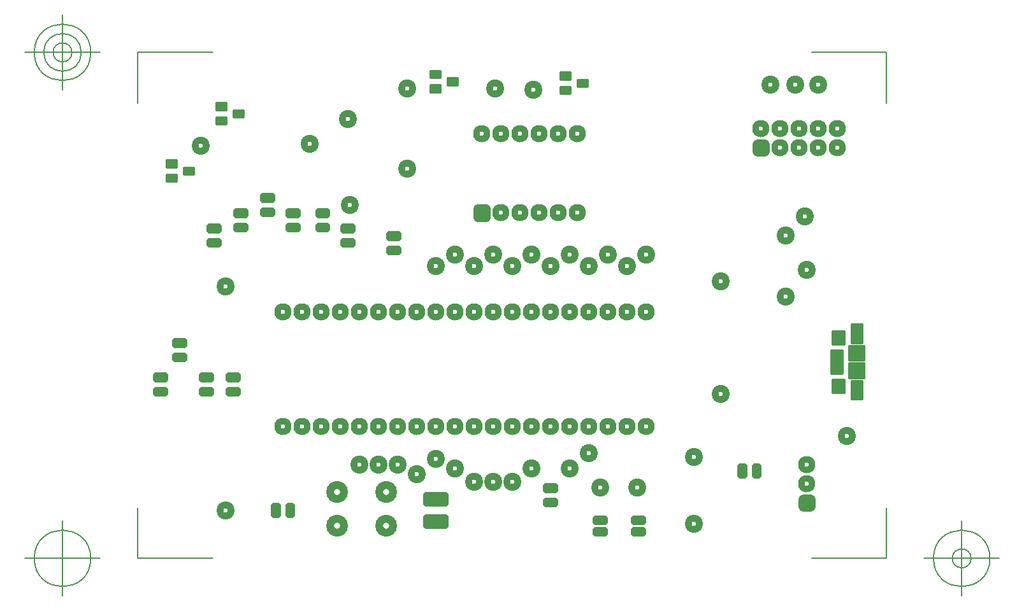
<source format=gbr>
G04 Generated by Ultiboard 14.0 *
%FSLAX34Y34*%
%MOMM*%

%ADD10C,0.0001*%
%ADD11C,0.0010*%
%ADD12C,0.1270*%
%ADD13C,2.4000X0.6000*%
%ADD14R,1.1768X0.4768*%
%ADD15C,0.8232*%
%ADD16R,0.4768X1.1768*%
%ADD17R,1.2000X0.8000*%
%ADD18C,0.4000*%
%ADD19C,2.3000X0.6000*%
%ADD20R,1.0534X1.0534X0.6000*%
%ADD21C,1.2466*%
%ADD22R,0.9051X0.9051X0.6000*%
%ADD23C,1.3949*%
%ADD24C,2.9000X0.8000*%
%ADD25R,1.1768X0.3768*%
%ADD26R,2.5768X1.0768*%
%ADD27R,1.4000X1.6000*%
%ADD28R,1.3000X2.3000*%
%ADD29R,1.9000X1.8000*%
%ADD30R,1.3500X0.4000*%


G04 ColorRGB 9900CC for the following layer *
%LNSolder Mask Bottom*%
%LPD*%
G54D10*
G54D11*
G36*
X897990Y351120D02*
X897990Y374120D01*
X910990Y374120D01*
X910990Y351120D01*
X897990Y351120D01*
G37*
G36*
X894990Y327620D02*
X894990Y345620D01*
X913990Y345620D01*
X913990Y327620D01*
X894990Y327620D01*
G37*
G36*
X873250Y349140D02*
X873250Y365120D01*
X887230Y365120D01*
X887230Y349140D01*
X873250Y349140D01*
G37*
G36*
X897990Y276120D02*
X897990Y299120D01*
X910990Y299120D01*
X910990Y276120D01*
X897990Y276120D01*
G37*
G36*
X894990Y304620D02*
X894990Y322620D01*
X913990Y322620D01*
X913990Y304620D01*
X894990Y304620D01*
G37*
G36*
X873255Y285130D02*
X873255Y301110D01*
X887235Y301110D01*
X887235Y285130D01*
X873255Y285130D01*
G37*
G54D12*
X-50800Y63480D02*
X-50800Y130792D01*
X-50800Y63480D02*
X48676Y63480D01*
X943963Y63480D02*
X844487Y63480D01*
X943963Y63480D02*
X943963Y130792D01*
X943963Y736600D02*
X943963Y669288D01*
X943963Y736600D02*
X844487Y736600D01*
X-50800Y736600D02*
X48676Y736600D01*
X-50800Y736600D02*
X-50800Y669288D01*
X-100800Y63480D02*
X-200800Y63480D01*
X-150800Y13480D02*
X-150800Y113480D01*
X-188300Y63480D02*
G75*
D01*
G02X-188300Y63480I37500J0*
G01*
X993963Y63480D02*
X1093963Y63480D01*
X1043963Y13480D02*
X1043963Y113480D01*
X1006463Y63480D02*
G75*
D01*
G02X1006463Y63480I37500J0*
G01*
X1031463Y63480D02*
G75*
D01*
G02X1031463Y63480I12500J0*
G01*
X-100800Y736600D02*
X-200800Y736600D01*
X-150800Y686600D02*
X-150800Y786600D01*
X-188300Y736600D02*
G75*
D01*
G02X-188300Y736600I37500J0*
G01*
X-175800Y736600D02*
G75*
D01*
G02X-175800Y736600I25000J0*
G01*
X-163300Y736600D02*
G75*
D01*
G02X-163300Y736600I12500J0*
G01*
G54D13*
X563880Y157480D03*
X612563Y157480D03*
X370840Y468000D03*
X472440Y468000D03*
X624840Y468000D03*
X345440Y452000D03*
X396240Y452000D03*
X447040Y452000D03*
X548640Y452000D03*
X599440Y452000D03*
X421640Y468000D03*
X523240Y468000D03*
X574040Y468000D03*
X345440Y195580D03*
X370840Y182880D03*
X396240Y165100D03*
X320040Y175260D03*
X421640Y165100D03*
X447040Y165100D03*
X472440Y182880D03*
X523240Y182880D03*
X548640Y203200D03*
X822960Y693420D03*
X789940Y693420D03*
X853440Y693420D03*
X243840Y187960D03*
X269240Y187960D03*
X294640Y187960D03*
X497600Y452000D03*
X66040Y425000D03*
X723900Y281940D03*
X424180Y688340D03*
X228600Y647700D03*
X307340Y688340D03*
X838200Y447040D03*
X810260Y411480D03*
X835660Y518160D03*
X231140Y533400D03*
X474980Y687000D03*
X723900Y431800D03*
X66040Y127000D03*
X33020Y612140D03*
X177800Y614680D03*
X810260Y492760D03*
X307340Y581660D03*
X688340Y198120D03*
X688340Y109220D03*
X891540Y226060D03*
G54D14*
X40640Y285115D03*
X40640Y304165D03*
X497840Y156845D03*
X497840Y137795D03*
X76200Y285115D03*
X76200Y304165D03*
X50800Y502285D03*
X50800Y483235D03*
X156000Y522605D03*
X156000Y503555D03*
X195000Y503555D03*
X195000Y522605D03*
X86360Y503555D03*
X86360Y522605D03*
X121920Y542925D03*
X121920Y523875D03*
X228600Y483235D03*
X228600Y502285D03*
X289560Y492125D03*
X289560Y473075D03*
X5080Y349885D03*
X5080Y330835D03*
X-20320Y285115D03*
X-20320Y304165D03*
G54D15*
X34756Y282731D02*
X46524Y282731D01*
X46524Y287499D01*
X34756Y287499D01*
X34756Y282731D01*D02*
X34756Y301781D02*
X46524Y301781D01*
X46524Y306549D01*
X34756Y306549D01*
X34756Y301781D01*D02*
X491956Y154461D02*
X503724Y154461D01*
X503724Y159229D01*
X491956Y159229D01*
X491956Y154461D01*D02*
X491956Y135411D02*
X503724Y135411D01*
X503724Y140179D01*
X491956Y140179D01*
X491956Y135411D01*D02*
X769141Y174116D02*
X773909Y174116D01*
X773909Y185884D01*
X769141Y185884D01*
X769141Y174116D01*D02*
X750091Y174116D02*
X754859Y174116D01*
X754859Y185884D01*
X750091Y185884D01*
X750091Y174116D01*D02*
X70316Y282731D02*
X82084Y282731D01*
X82084Y287499D01*
X70316Y287499D01*
X70316Y282731D01*D02*
X70316Y301781D02*
X82084Y301781D01*
X82084Y306549D01*
X70316Y306549D01*
X70316Y301781D01*D02*
X44916Y499901D02*
X56684Y499901D01*
X56684Y504669D01*
X44916Y504669D01*
X44916Y499901D01*D02*
X44916Y480851D02*
X56684Y480851D01*
X56684Y485619D01*
X44916Y485619D01*
X44916Y480851D01*D02*
X150116Y520221D02*
X161884Y520221D01*
X161884Y524989D01*
X150116Y524989D01*
X150116Y520221D01*D02*
X150116Y501171D02*
X161884Y501171D01*
X161884Y505939D01*
X150116Y505939D01*
X150116Y501171D01*D02*
X189116Y501171D02*
X200884Y501171D01*
X200884Y505939D01*
X189116Y505939D01*
X189116Y501171D01*D02*
X189116Y520221D02*
X200884Y520221D01*
X200884Y524989D01*
X189116Y524989D01*
X189116Y520221D01*D02*
X80476Y501171D02*
X92244Y501171D01*
X92244Y505939D01*
X80476Y505939D01*
X80476Y501171D01*D02*
X80476Y520221D02*
X92244Y520221D01*
X92244Y524989D01*
X80476Y524989D01*
X80476Y520221D01*D02*
X116036Y540541D02*
X127804Y540541D01*
X127804Y545309D01*
X116036Y545309D01*
X116036Y540541D01*D02*
X116036Y521491D02*
X127804Y521491D01*
X127804Y526259D01*
X116036Y526259D01*
X116036Y521491D01*D02*
X222716Y480851D02*
X234484Y480851D01*
X234484Y485619D01*
X222716Y485619D01*
X222716Y480851D01*D02*
X222716Y499901D02*
X234484Y499901D01*
X234484Y504669D01*
X222716Y504669D01*
X222716Y499901D01*D02*
X283676Y489741D02*
X295444Y489741D01*
X295444Y494509D01*
X283676Y494509D01*
X283676Y489741D01*D02*
X283676Y470691D02*
X295444Y470691D01*
X295444Y475459D01*
X283676Y475459D01*
X283676Y470691D01*D02*
X130331Y121116D02*
X135099Y121116D01*
X135099Y132884D01*
X130331Y132884D01*
X130331Y121116D01*D02*
X149381Y121116D02*
X154149Y121116D01*
X154149Y132884D01*
X149381Y132884D01*
X149381Y121116D01*D02*
X557996Y97176D02*
X569764Y97176D01*
X569764Y100944D01*
X557996Y100944D01*
X557996Y97176D01*D02*
X557996Y112416D02*
X569764Y112416D01*
X569764Y116184D01*
X557996Y116184D01*
X557996Y112416D01*D02*
X608796Y112416D02*
X620564Y112416D01*
X620564Y116184D01*
X608796Y116184D01*
X608796Y112416D01*D02*
X608796Y97176D02*
X620564Y97176D01*
X620564Y100944D01*
X608796Y100944D01*
X608796Y97176D01*D02*
X332556Y106799D02*
X358324Y106799D01*
X358324Y117567D01*
X332556Y117567D01*
X332556Y106799D01*D02*
X332556Y136433D02*
X358324Y136433D01*
X358324Y147201D01*
X332556Y147201D01*
X332556Y136433D01*D02*
X-804Y347501D02*
X10964Y347501D01*
X10964Y352269D01*
X-804Y352269D01*
X-804Y347501D01*D02*
X-804Y328451D02*
X10964Y328451D01*
X10964Y333219D01*
X-804Y333219D01*
X-804Y328451D01*D02*
X-26204Y282731D02*
X-14436Y282731D01*
X-14436Y287499D01*
X-26204Y287499D01*
X-26204Y282731D01*D02*
X-26204Y301781D02*
X-14436Y301781D01*
X-14436Y306549D01*
X-26204Y306549D01*
X-26204Y301781D01*D02*
G54D16*
X771525Y180000D03*
X752475Y180000D03*
X132715Y127000D03*
X151765Y127000D03*
G54D17*
X516820Y686460D03*
X539820Y695960D03*
X516820Y705460D03*
X59620Y645820D03*
X59620Y664820D03*
X82620Y655320D03*
X344100Y688500D03*
X367100Y698000D03*
X344100Y707500D03*
X16580Y579120D03*
X-6420Y569620D03*
X-6420Y588620D03*
G54D18*
X510820Y682460D02*
X522820Y682460D01*
X522820Y690460D01*
X510820Y690460D01*
X510820Y682460D01*D02*
X533820Y691960D02*
X545820Y691960D01*
X545820Y699960D01*
X533820Y699960D01*
X533820Y691960D01*D02*
X510820Y701460D02*
X522820Y701460D01*
X522820Y709460D01*
X510820Y709460D01*
X510820Y701460D01*D02*
X53620Y641820D02*
X65620Y641820D01*
X65620Y649820D01*
X53620Y649820D01*
X53620Y641820D01*D02*
X53620Y660820D02*
X65620Y660820D01*
X65620Y668820D01*
X53620Y668820D01*
X53620Y660820D01*D02*
X76620Y651320D02*
X88620Y651320D01*
X88620Y659320D01*
X76620Y659320D01*
X76620Y651320D01*D02*
X338100Y684500D02*
X350100Y684500D01*
X350100Y692500D01*
X338100Y692500D01*
X338100Y684500D01*D02*
X361100Y694000D02*
X373100Y694000D01*
X373100Y702000D01*
X361100Y702000D01*
X361100Y694000D01*D02*
X338100Y703500D02*
X350100Y703500D01*
X350100Y711500D01*
X338100Y711500D01*
X338100Y703500D01*D02*
X10580Y575120D02*
X22580Y575120D01*
X22580Y583120D01*
X10580Y583120D01*
X10580Y575120D01*D02*
X-12420Y565620D02*
X-420Y565620D01*
X-420Y573620D01*
X-12420Y573620D01*
X-12420Y565620D01*D02*
X-12420Y584620D02*
X-420Y584620D01*
X-420Y592620D01*
X-12420Y592620D01*
X-12420Y584620D01*D02*
X872740Y285120D02*
X886740Y285120D01*
X886740Y301120D01*
X872740Y301120D01*
X872740Y285120D01*D02*
X897740Y276120D02*
X910740Y276120D01*
X910740Y299120D01*
X897740Y299120D01*
X897740Y276120D01*D02*
X894740Y304620D02*
X913740Y304620D01*
X913740Y322620D01*
X894740Y322620D01*
X894740Y304620D01*D02*
X894740Y327620D02*
X913740Y327620D01*
X913740Y345620D01*
X894740Y345620D01*
X894740Y327620D01*D02*
X872740Y349120D02*
X886740Y349120D01*
X886740Y365120D01*
X872740Y365120D01*
X872740Y349120D01*D02*
X897740Y351120D02*
X910740Y351120D01*
X910740Y374120D01*
X897740Y374120D01*
X897740Y351120D01*D02*
X870740Y310120D02*
X884240Y310120D01*
X884240Y314120D01*
X870740Y314120D01*
X870740Y310120D01*D02*
X870740Y323120D02*
X884240Y323120D01*
X884240Y327120D01*
X870740Y327120D01*
X870740Y323120D01*D02*
X870740Y329620D02*
X884240Y329620D01*
X884240Y333620D01*
X870740Y333620D01*
X870740Y329620D01*D02*
X870740Y316620D02*
X884240Y316620D01*
X884240Y320620D01*
X870740Y320620D01*
X870740Y316620D01*D02*
X870740Y336120D02*
X884240Y336120D01*
X884240Y340120D01*
X870740Y340120D01*
X870740Y336120D01*D02*
G54D19*
X406400Y628120D03*
X431800Y628120D03*
X457200Y628120D03*
X482600Y628120D03*
X508000Y628120D03*
X533400Y628120D03*
X431800Y523120D03*
X457200Y523120D03*
X482600Y523120D03*
X508000Y523120D03*
X533400Y523120D03*
X838200Y162560D03*
X838200Y187960D03*
X777240Y635000D03*
X878840Y609600D03*
X853440Y609600D03*
X828040Y609600D03*
X878840Y635000D03*
X802640Y635000D03*
X802640Y609600D03*
X828040Y635000D03*
X853440Y635000D03*
X218440Y238760D03*
X624840Y238760D03*
X269240Y391160D03*
X193040Y391160D03*
X167640Y391160D03*
X142240Y391160D03*
X243840Y391160D03*
X218440Y391160D03*
X421640Y391160D03*
X345440Y391160D03*
X320040Y391160D03*
X294640Y391160D03*
X396240Y391160D03*
X370840Y391160D03*
X497840Y391160D03*
X472440Y391160D03*
X447040Y391160D03*
X574040Y391160D03*
X548640Y391160D03*
X523240Y391160D03*
X599440Y391160D03*
X624840Y391160D03*
X142240Y238760D03*
X269240Y238760D03*
X193040Y238760D03*
X167640Y238760D03*
X243840Y238760D03*
X421640Y238760D03*
X345440Y238760D03*
X320040Y238760D03*
X294640Y238760D03*
X370840Y238760D03*
X396240Y238760D03*
X497840Y238760D03*
X447040Y238760D03*
X472440Y238760D03*
X574040Y238760D03*
X523240Y238760D03*
X548640Y238760D03*
X599440Y238760D03*
G54D20*
X406400Y523120D03*
G54D21*
X401133Y517853D02*
X411667Y517853D01*
X411667Y528387D01*
X401133Y528387D01*
X401133Y517853D01*D02*
G54D22*
X838200Y137160D03*
X777240Y609600D03*
G54D23*
X833675Y132635D02*
X842725Y132635D01*
X842725Y141685D01*
X833675Y141685D01*
X833675Y132635D01*D02*
X772715Y605075D02*
X781765Y605075D01*
X781765Y614125D01*
X772715Y614125D01*
X772715Y605075D01*D02*
G54D24*
X279400Y106680D03*
X279400Y151553D03*
X214207Y106680D03*
X214207Y151553D03*
G54D25*
X563880Y99060D03*
X563880Y114300D03*
X614680Y114300D03*
X614680Y99060D03*
G54D26*
X345440Y112183D03*
X345440Y141817D03*
G54D27*
X879740Y293120D03*
X879740Y357120D03*
G54D28*
X904240Y287620D03*
X904240Y362620D03*
G54D29*
X904240Y313620D03*
X904240Y336620D03*
G54D30*
X877490Y312120D03*
X877490Y325120D03*
X877490Y331620D03*
X877490Y318620D03*
X877490Y338120D03*

M02*

</source>
